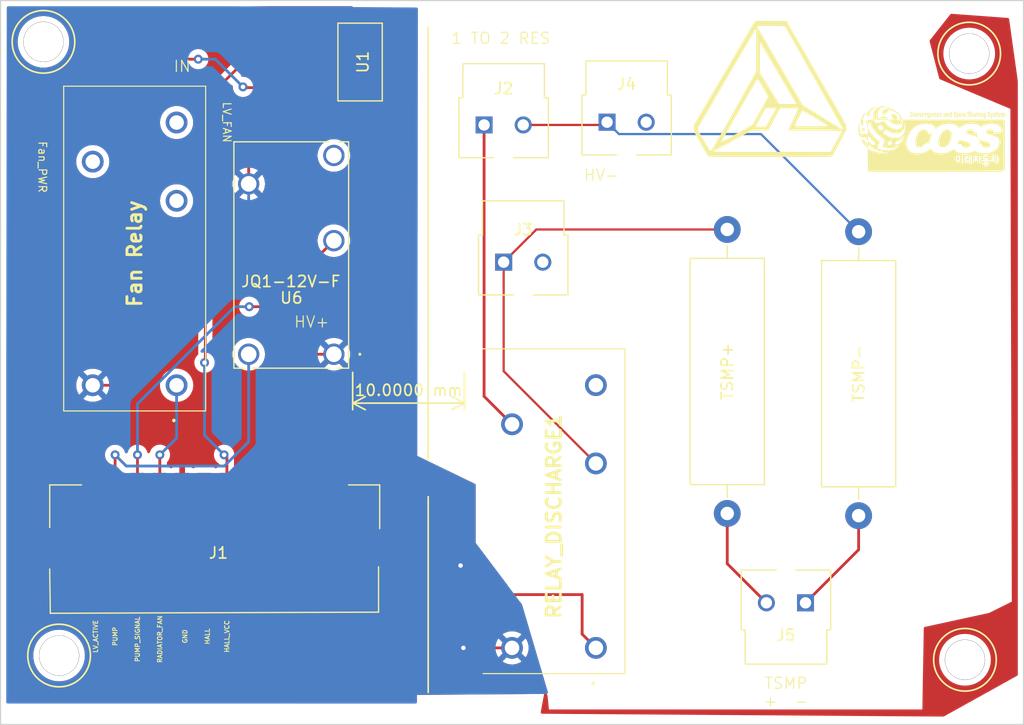
<source format=kicad_pcb>
(kicad_pcb (version 20211014) (generator pcbnew)
  (layers (0 "F.Cu" signal) (31 "B.Cu" signal) (34 "B.Paste" user) (35 "F.Paste" user) (36 "B.SilkS" user "B.Silkscreen") (37 "F.SilkS" user "F.Silkscreen") (38 "B.Mask" user) (39 "F.Mask" user) (44 "Edge.Cuts" user))
  (net 0 "")
  (net 1 "HALL")
  (net 2 "GND")
  (net 5 "LV_ACTIVE")
  (net 6 "PUMP")
  (net 7 "RADIATOR_FAN")
  (net 8 "HV_IN+")
  (net 9 "PUMP_SIGNAL")
  (net 13 "HV_IN-")
  (net 14 "Net-(RELAY_DISCHARGE1-Pad4)")
  (net 15 "LV_FAN")
  (net 16 "FAN_PWR_LEFT")
  (net 21 "chul")
  (net 23 "++")
  (net 24 "--")
  (footprint "Resistor_THT:R_Axial_Power_L20.0mm_W6.4mm_P25.40mm" (layer "F.Cu") (at 205.5 103.95 90)
    (fp_text reference "TSMP-" (at 12.7 0 90) (layer "F.SilkS"))
    (fp_text value "R_Axial_Power_L20.0mm_W6.4mm_P25.40mm")
    (pad "1" thru_hole circle (at 0 0 90) (size 2.4 2.4) (drill 1.2) (layers *.Cu *.Mask) (net 24 "--"))
    (pad "2" thru_hole oval (at 25.4 0 90) (size 2.4 2.4) (drill 1.2) (layers *.Cu *.Mask) (net 13 "HV_IN-"))
  )
  (footprint "Library:1722861102" (layer "F.Cu") (at 200.75 111.745001 180)
    (fp_text reference "J5" (at 1.75 -2.900001) (layer "F.SilkS"))
    (fp_text value "Conn_01x02_Female" hide)
    (pad "" np_thru_hole circle (at 1.749996 2.23 180) (size 1.6 1.6) (drill 1.6) (layers *.Cu *.Mask))
    (pad "1" thru_hole rect (at 0 0 180) (size 1.52 1.52) (drill 1.02) (layers *.Cu *.Mask) (net 24 "--"))
    (pad "2" thru_hole circle (at 3.500001 0 180) (size 1.52 1.52) (drill 1.016) (layers *.Cu *.Mask) (net 23 "++"))
  )
  (footprint "Library:1722861102" (layer "F.Cu") (at 183 68.755)
    (fp_text reference "J4" (at 1.733501 -3.400001) (layer "F.SilkS"))
    (fp_text value "Conn_01x02_Female" hide)
    (pad "" np_thru_hole circle (at 1.749996 2.23) (size 1.6 1.6) (drill 1.6) (layers *.Cu *.Mask))
    (pad "1" thru_hole rect (at 0 0) (size 1.52 1.52) (drill 1.02) (layers *.Cu *.Mask) (net 13 "HV_IN-"))
    (pad "2" thru_hole circle (at 3.500001 0) (size 1.52 1.52) (drill 1.016) (layers *.Cu *.Mask))
  )
  (footprint "Resistor_THT:R_Axial_Power_L20.0mm_W6.4mm_P25.40mm" (layer "F.Cu") (at 193.75 103.75 90)
    (fp_text reference "TSMP+" (at 12.7 0 90) (layer "F.SilkS"))
    (fp_text value "R_Axial_Power_L20.0mm_W6.4mm_P25.40mm")
    (pad "1" thru_hole circle (at 0 0 90) (size 2.4 2.4) (drill 1.2) (layers *.Cu *.Mask) (net 23 "++"))
    (pad "2" thru_hole oval (at 25.4 0 90) (size 2.4 2.4) (drill 1.2) (layers *.Cu *.Mask) (net 8 "HV_IN+"))
  )
  (footprint "Library:auto" (layer "F.Cu") (at 212 70.25)
    (fp_text reference "G***" hide)
    (fp_text value "LOGO" hide)
  )
  (footprint "Library:JQ1-12V-F" (layer "F.Cu") (at 158.56225 89.5113 180)
    (fp_text reference "U6" (at 3.7992 5.0381) (layer "F.SilkS"))
    (fp_text value "JQ1-12V-F" (at 3.85 6.5113) (layer "F.SilkS"))
    (pad "1" thru_hole circle (at 0 0 180) (size 1.905 1.905) (drill 1.397) (layers *.Cu *.Mask) (net 2 "GND"))
    (pad "2" thru_hole circle (at 0 10.16 180) (size 1.905 1.905) (drill 1.397) (layers *.Cu *.Mask) (net 9 "PUMP_SIGNAL"))
    (pad "3" thru_hole circle (at 0 17.78 180) (size 1.905 1.905) (drill 1.397) (layers *.Cu *.Mask))
    (pad "4" thru_hole circle (at 7.62 15.24 180) (size 1.905 1.905) (drill 1.397) (layers *.Cu *.Mask) (net 2 "GND"))
    (pad "5" thru_hole circle (at 7.62 0 180) (size 1.905 1.905) (drill 1.397) (layers *.Cu *.Mask) (net 6 "PUMP"))
  )
  (footprint "Library:1722861102" (layer "F.Cu") (at 172 69)
    (fp_text reference "J2" (at 1.75 -3.25) (layer "F.SilkS"))
    (fp_text value "Conn_01x02_Female" hide)
    (pad "" np_thru_hole circle (at 1.749996 2.23) (size 1.6 1.6) (drill 1.6) (layers *.Cu *.Mask))
    (pad "1" thru_hole rect (at 0 0) (size 1.52 1.52) (drill 1.02) (layers *.Cu *.Mask) (net 14 "Net-(RELAY_DISCHARGE1-Pad4)"))
    (pad "2" thru_hole circle (at 3.500001 0) (size 1.52 1.52) (drill 1.016) (layers *.Cu *.Mask) (net 13 "HV_IN-"))
  )
  (footprint "Library:G2RL112DC" (layer "F.Cu") (at 182 115.775 90)
    (fp_text reference "RELAY_DISCHARGE1" (at 11.775 -3.75 90) (layer "F.SilkS") (effects (font (size 1.27 1.27) (thickness 0.254))))
    (fp_text value "G2RL-1_12DC" hide)
    (pad "1" thru_hole circle (at 0 0 90) (size 1.95 1.95) (drill 1.3) (layers *.Cu *.Mask) (net 5 "LV_ACTIVE"))
    (pad "2" thru_hole circle (at 16.5 0 90) (size 1.95 1.95) (drill 1.3) (layers *.Cu *.Mask) (net 8 "HV_IN+"))
    (pad "3" thru_hole circle (at 23.5 0 90) (size 1.95 1.95) (drill 1.3) (layers *.Cu *.Mask))
    (pad "4" thru_hole circle (at 20 -7.5 90) (size 1.95 1.95) (drill 1.3) (layers *.Cu *.Mask) (net 14 "Net-(RELAY_DISCHARGE1-Pad4)"))
    (pad "5" thru_hole circle (at 0 -7.5 90) (size 1.95 1.95) (drill 1.3) (layers *.Cu *.Mask) (net 2 "GND"))
  )
  (footprint "Library:AMS1117-5.0" (layer "F.Cu") (at 160.909 63.373 -90)
    (fp_text reference "U1" (at 0 -0.25 90) (layer "F.SilkS"))
    (fp_text value "AMS1117-5.0" hide)
    (pad "1" smd rect (at -2.29 3.2639 270) (size 0.889 1.4732) (layers "F.Cu" "F.Paste" "F.Mask") (net 2 "GND"))
    (pad "2" smd rect (at 0 3.2639 270) (size 0.889 1.4732) (layers "F.Cu" "F.Paste" "F.Mask") (net 21 "chul"))
    (pad "3" smd rect (at 2.29 3.2639 270) (size 0.889 1.4732) (layers "F.Cu" "F.Paste" "F.Mask") (net 5 "LV_ACTIVE"))
  )
  (footprint "Library:5600201220" (layer "F.Cu") (at 147.98 106.27935)
    (fp_text reference "J1" (at 0.25 1) (layer "F.SilkS"))
    (fp_text value "Conn_01x12_Female" hide)
    (pad "" smd rect (at -14.6 0.5508 90) (size 2.0574 4.2418) (layers "F.Cu" "F.Paste" "F.Mask"))
    (pad "" smd rect (at 14.6 0.5508 90) (size 2.0574 4.2418) (layers "F.Cu" "F.Paste" "F.Mask"))
    (pad "1" smd rect (at -11 -5.0292) (size 1.2446 2.2606) (layers "F.Cu" "F.Paste" "F.Mask") (net 5 "LV_ACTIVE"))
    (pad "2" smd rect (at -9 -5.0292) (size 1.2446 2.2606) (layers "F.Cu" "F.Paste" "F.Mask") (net 6 "PUMP"))
    (pad "3" smd rect (at -7 -5.0292) (size 1.2446 2.2606) (layers "F.Cu" "F.Paste" "F.Mask") (net 9 "PUMP_SIGNAL"))
    (pad "4" smd rect (at -5 -5.0292) (size 1.2446 2.2606) (layers "F.Cu" "F.Paste" "F.Mask") (net 7 "RADIATOR_FAN"))
    (pad "5" smd rect (at -3 -5.0292) (size 1.2446 2.2606) (layers "F.Cu" "F.Paste" "F.Mask") (net 2 "GND"))
    (pad "6" smd rect (at -1 -5.0292) (size 1.2446 2.2606) (layers "F.Cu" "F.Paste" "F.Mask") (net 1 "HALL"))
    (pad "7" smd rect (at 1 -5.0292) (size 1.2446 2.2606) (layers "F.Cu" "F.Paste" "F.Mask") (net 21 "chul"))
    (pad "8" smd rect (at 3 -5.0292) (size 1.2446 2.2606) (layers "F.Cu" "F.Paste" "F.Mask"))
    (pad "9" smd rect (at 5 -5.0292) (size 1.2446 2.2606) (layers "F.Cu" "F.Paste" "F.Mask"))
    (pad "10" smd rect (at 7 -5.0292) (size 1.2446 2.2606) (layers "F.Cu" "F.Paste" "F.Mask"))
    (pad "11" smd rect (at 9 -5.0292) (size 1.2446 2.2606) (layers "F.Cu" "F.Paste" "F.Mask"))
    (pad "12" smd rect (at 11 -5.0292) (size 1.2446 2.2606) (layers "F.Cu" "F.Paste" "F.Mask"))
  )
  (footprint "Library:1722861102" (layer "F.Cu") (at 173.75 81.275001)
    (fp_text reference "J3" (at 1.75 -2.900001) (layer "F.SilkS"))
    (fp_text value "Conn_01x02_Female" hide)
    (pad "" np_thru_hole circle (at 1.749996 2.23) (size 1.6 1.6) (drill 1.6) (layers *.Cu *.Mask))
    (pad "1" thru_hole rect (at 0 0) (size 1.52 1.52) (drill 1.02) (layers *.Cu *.Mask) (net 8 "HV_IN+"))
    (pad "2" thru_hole circle (at 3.500001 0) (size 1.52 1.52) (drill 1.016) (layers *.Cu *.Mask))
  )
  (footprint "Library:LOGO12121212" (layer "F.Cu") (at 198 65.75)
    (fp_text reference "G***" hide)
    (fp_text value "LOGO" hide)
  )
  (footprint "Library:G2RL112DC" (layer "F.Cu") (at 144.496 92.284 90)
    (fp_text reference "Fan Relay" (at 11.775 -3.75 90) (layer "F.SilkS") (effects (font (size 1.27 1.27) (thickness 0.254))))
    (fp_text value "G2RL-1_12DC" hide)
    (pad "1" thru_hole circle (at 0 0 90) (size 1.95 1.95) (drill 1.3) (layers *.Cu *.Mask) (net 7 "RADIATOR_FAN"))
    (pad "2" thru_hole circle (at 16.5 0 90) (size 1.95 1.95) (drill 1.3) (layers *.Cu *.Mask))
    (pad "3" thru_hole circle (at 23.5 0 90) (size 1.95 1.95) (drill 1.3) (layers *.Cu *.Mask) (net 15 "LV_FAN"))
    (pad "4" thru_hole circle (at 20 -7.5 90) (size 1.95 1.95) (drill 1.3) (layers *.Cu *.Mask) (net 16 "FAN_PWR_LEFT"))
    (pad "5" thru_hole circle (at 0 -7.5 90) (size 1.95 1.95) (drill 1.3) (layers *.Cu *.Mask) (net 2 "GND"))
  )
  (gr_line (start 167 60.25) (end 167 99) (layer "F.SilkS") (width 0.15))
  (gr_circle (center 133.985 116.459) (end 136.785 116.459) (layer "F.SilkS") (width 0.15) (fill none))
  (gr_circle (center 215.011 116.84) (end 217.811 116.84) (layer "F.SilkS") (width 0.15) (fill none))
  (gr_circle (center 132.588 61.567) (end 135.388 61.567) (layer "F.SilkS") (width 0.15) (fill none))
  (gr_line (start 167 102.25) (end 167 119.75) (layer "F.SilkS") (width 0.15))
  (gr_circle (center 215.392 62.617) (end 218.192 62.617) (layer "F.SilkS") (width 0.15) (fill none))
  (gr_circle (center 132.588 61.567) (end 134.338 61.567) (layer "Edge.Cuts") (width 0.1) (fill none))
  (gr_circle (center 133.985 116.459) (end 135.735 116.459) (layer "Edge.Cuts") (width 0.1) (fill none))
  (gr_rect (start 220.25 57.875) (end 128.75 122.625) (layer "Edge.Cuts") (width 0.1) (fill none))
  (gr_circle (center 215.392 62.617) (end 217.142 62.617) (layer "Edge.Cuts") (width 0.1) (fill none))
  (gr_circle (center 215.011 116.84) (end 216.761 116.84) (layer "Edge.Cuts") (width 0.1) (fill none))
  (gr_text "1 TO 2 RES" (at 173.5 61.25) (layer "F.SilkS") (effects (font (size 1 1) (thickness 0.1))))
  (gr_text "HALL_VCC" (at 149 114.75 90) (layer "F.SilkS") (effects (font (size 0.4 0.4) (thickness 0.08))))
  (gr_text "GND" (at 145.25 114.75 90) (layer "F.SilkS") (effects (font (size 0.4 0.4) (thickness 0.08))))
  (gr_text "PUMP" (at 139 114.75 90) (layer "F.SilkS") (effects (font (size 0.4 0.4) (thickness 0.08))))
  (gr_text "LV_ACTIVE" (at 137.25 114.75 90) (layer "F.SilkS") (effects (font (size 0.4 0.4) (thickness 0.08))))
  (gr_text "LV_FAN" (at 148.996 68.759 270) (layer "F.SilkS") (effects (font (size 0.7 0.7) (thickness 0.1))))
  (gr_text "HV-" (at 182.5 73.5) (layer "F.SilkS") (effects (font (size 1 1) (thickness 0.1))))
  (gr_text "HV+" (at 156.58 86.62) (layer "F.SilkS") (effects (font (size 1 1) (thickness 0.1))))
  (gr_text "RADIATOR_FAN" (at 143 115 90) (layer "F.SilkS") (effects (font (size 0.4 0.4) (thickness 0.08))))
  (gr_text "IN" (at 144.996 63.759) (layer "F.SilkS") (effects (font (size 1 1) (thickness 0.1))))
  (gr_text "PUMP_SIGNAL" (at 141 115 90) (layer "F.SilkS") (effects (font (size 0.4 0.4) (thickness 0.08))))
  (gr_text "Fan_PWR" (at 132.496 72.759 270) (layer "F.SilkS") (effects (font (size 0.7 0.7) (thickness 0.1))))
  (gr_text "TSMP\n+  -" (at 199 119.75) (layer "F.SilkS") (effects (font (size 1 1) (thickness 0.1))))
  (gr_text "HALL" (at 147.25 114.75 90) (layer "F.SilkS") (effects (font (size 0.4 0.4) (thickness 0.08))))
  (dimension (type aligned) (layer "F.SilkS") (pts (xy 160.246 90.634) (xy 170.246 90.634)) (height 3.249999) (gr_text "10.0000 mm" (at 165.246 92.733999) (layer "F.SilkS") (effects (font (size 1 1) (thickness 0.15)))) (format (units 3) (units_format 1) (precision 4)) (style (thickness 0.15) (arrow_length 1.27) (text_position_mode 0) (extension_height 0.58642) (extension_offset 0.5) keep_text_aligned))
  (via (at 215.392 62.617) (size 3.6) (drill 3.5) (layers "F.Cu" "B.Cu") (net 0))
  (via (at 133.985 116.459) (size 3.6) (drill 3.5) (layers "F.Cu" "B.Cu") (net 0))
  (via (at 132.588 61.567) (size 3.6) (drill 3.5) (layers "F.Cu" "B.Cu") (net 0))
  (via (at 215.011 116.84) (size 3.6) (drill 3.5) (layers "F.Cu" "B.Cu") (net 0))
  (segment (start 160.401 68.834) (end 154.051 68.834) (width 0.25) (layer "F.Cu") (net 2))
  (segment (start 142.049189 95.562189) (end 138.771 92.284) (width 0.25) (layer "F.Cu") (net 2))
  (segment (start 157.6451 61.083) (end 159.254 61.083) (width 0.25) (layer "F.Cu") (net 2))
  (segment (start 144.996 98.509) (end 153.9937 89.5113) (width 0.25) (layer "F.Cu") (net 2))
  (segment (start 159.254 61.083) (end 161.163 62.992) (width 0.25) (layer "F.Cu") (net 2))
  (segment (start 174.5 115.775) (end 170.15 115.775) (width 0.25) (layer "F.Cu") (net 2))
  (segment (start 154.051 68.834) (end 150.94225 71.94275) (width 0.25) (layer "F.Cu") (net 2))
  (segment (start 150.94225 71.94275) (end 150.94225 74.2713) (width 0.25) (layer "F.Cu") (net 2))
  (segment (start 147.123578 103.759) (end 144.996 101.631422) (width 0.25) (layer "F.Cu") (net 2))
  (segment (start 144.996 101.631422) (end 144.996 101.2298) (width 0.25) (layer "F.Cu") (net 2))
  (segment (start 161.163 62.992) (end 161.163 68.072) (width 0.25) (layer "F.Cu") (net 2))
  (segment (start 169.896 108.409) (end 165.246 103.759) (width 0.25) (layer "F.Cu") (net 2))
  (segment (start 142.049189 95.562189) (end 144.996 98.509) (width 0.25) (layer "F.Cu") (net 2))
  (segment (start 161.163 68.072) (end 160.401 68.834) (width 0.25) (layer "F.Cu") (net 2))
  (segment (start 144.996 101.2298) (end 144.996 98.509) (width 0.25) (layer "F.Cu") (net 2))
  (segment (start 138.771 92.284) (end 136.996 92.284) (width 0.25) (layer "F.Cu") (net 2))
  (segment (start 153.9937 89.5113) (end 158.56225 89.5113) (width 0.25) (layer "F.Cu") (net 2))
  (segment (start 165.246 103.759) (end 147.123578 103.759) (width 0.25) (layer "F.Cu") (net 2))
  (via (at 170.15 115.775) (size 0.8) (drill 0.4) (layers "F.Cu" "B.Cu") (net 2))
  (via (at 169.896 108.409) (size 0.8) (drill 0.4) (layers "F.Cu" "B.Cu") (net 2))
  (segment (start 169.896 108.809) (end 169.896 108.409) (width 0.25) (layer "B.Cu") (net 2))
  (segment (start 170.15 109.063) (end 169.896 108.809) (width 0.25) (layer "B.Cu") (net 2))
  (segment (start 150.94225 74.2713) (end 150.94225 81.8913) (width 0.25) (layer "B.Cu") (net 2))
  (segment (start 170.15 115.775) (end 170.15 109.063) (width 0.25) (layer "B.Cu") (net 2))
  (segment (start 150.94225 81.8913) (end 158.56225 89.5113) (width 0.25) (layer "B.Cu") (net 2))
  (segment (start 150.4315 65.5955) (end 150.499 65.663) (width 0.25) (layer "F.Cu") (net 5))
  (segment (start 134.556189 96.069189) (end 136.996 98.509) (width 0.25) (layer "F.Cu") (net 5))
  (segment (start 136.996 101.2298) (end 136.996 101.7378) (width 0.25) (layer "F.Cu") (net 5))
  (segment (start 134.556189 65.0215) (end 134.556189 96.069189) (width 0.25) (layer "F.Cu") (net 5))
  (segment (start 182 115.775) (end 180.771 114.546) (width 0.25) (layer "F.Cu") (net 5))
  (segment (start 146.2672 111.009) (end 180.771 111.009) (width 0.25) (layer "F.Cu") (net 5))
  (segment (start 136.996 101.7378) (end 146.2672 111.009) (width 0.25) (layer "F.Cu") (net 5))
  (segment (start 180.771 114.546) (end 180.771 111.009) (width 0.25) (layer "F.Cu") (net 5))
  (segment (start 134.556189 65.0215) (end 136.458689 63.119) (width 0.25) (layer "F.Cu") (net 5))
  (segment (start 136.458689 63.119) (end 146.431 63.119) (width 0.25) (layer "F.Cu") (net 5))
  (segment (start 150.499 65.663) (end 157.6451 65.663) (width 0.25) (layer "F.Cu") (net 5))
  (segment (start 136.996 98.509) (end 136.996 101.2298) (width 0.25) (layer "F.Cu") (net 5))
  (via (at 146.431 63.119) (size 0.8) (drill 0.4) (layers "F.Cu" "B.Cu") (net 5))
  (via (at 150.4315 65.5955) (size 0.8) (drill 0.4) (layers "F.Cu" "B.Cu") (net 5))
  (segment (start 150.495 65.659) (end 150.4315 65.5955) (width 0.25) (layer "B.Cu") (net 5))
  (segment (start 146.431 63.119) (end 147.955 63.119) (width 0.25) (layer "B.Cu") (net 5))
  (segment (start 147.955 63.119) (end 150.4315 65.5955) (width 0.25) (layer "B.Cu") (net 5))
  (segment (start 138.996 101.2298) (end 138.996 98.509) (width 0.25) (layer "F.Cu") (net 6))
  (via (at 138.996 98.509) (size 0.8) (drill 0.4) (layers "F.Cu" "B.Cu") (net 6))
  (segment (start 139.996 99.509) (end 148.770614 99.509) (width 0.25) (layer "B.Cu") (net 6))
  (segment (start 148.770614 99.509) (end 150.94225 97.337364) (width 0.25) (layer "B.Cu") (net 6))
  (segment (start 150.94225 97.337364) (end 150.94225 89.5113) (width 0.25) (layer "B.Cu") (net 6))
  (segment (start 138.996 98.509) (end 139.996 99.509) (width 0.25) (layer "B.Cu") (net 6))
  (segment (start 142.996 101.2298) (end 142.996 98.509) (width 0.25) (layer "F.Cu") (net 7))
  (via (at 142.996 98.509) (size 0.8) (drill 0.4) (layers "F.Cu" "B.Cu") (net 7))
  (segment (start 144.496 92.284) (end 144.496 97.009) (width 0.25) (layer "B.Cu") (net 7))
  (segment (start 144.496 97.009) (end 142.996 98.509) (width 0.25) (layer "B.Cu") (net 7))
  (segment (start 176.675001 78.35) (end 173.75 81.275001) (width 0.2) (layer "F.Cu") (net 8))
  (segment (start 193.75 78.35) (end 176.675001 78.35) (width 0.2) (layer "F.Cu") (net 8))
  (segment (start 182 99.275) (end 173.75 91.025) (width 0.2) (layer "F.Cu") (net 8))
  (segment (start 173.75 91.025) (end 173.75 81.275001) (width 0.2) (layer "F.Cu") (net 8))
  (segment (start 152.65455 85.259) (end 150.996 85.259) (width 0.25) (layer "F.Cu") (net 9))
  (segment (start 158.56225 79.3513) (end 152.65455 85.259) (width 0.25) (layer "F.Cu") (net 9))
  (segment (start 140.996 101.2298) (end 140.996 98.509) (width 0.25) (layer "F.Cu") (net 9))
  (via (at 140.996 98.509) (size 0.8) (drill 0.4) (layers "F.Cu" "B.Cu") (net 9))
  (via (at 150.996 85.259) (size 0.8) (drill 0.4) (layers "F.Cu" "B.Cu") (net 9))
  (segment (start 149.683213 85.259) (end 140.996 93.946213) (width 0.25) (layer "B.Cu") (net 9))
  (segment (start 140.996 93.946213) (end 140.996 98.509) (width 0.25) (layer "B.Cu") (net 9))
  (segment (start 150.996 85.259) (end 149.683213 85.259) (width 0.25) (layer "B.Cu") (net 9))
  (segment (start 182.755 69) (end 183 68.755) (width 0.2) (layer "F.Cu") (net 13))
  (segment (start 175.500001 69) (end 182.755 69) (width 0.2) (layer "F.Cu") (net 13))
  (segment (start 196.764511 69.814511) (end 205.5 78.55) (width 0.2) (layer "B.Cu") (net 13))
  (segment (start 183 68.755) (end 184.059511 69.814511) (width 0.2) (layer "B.Cu") (net 13))
  (segment (start 184.059511 69.814511) (end 196.764511 69.814511) (width 0.2) (layer "B.Cu") (net 13))
  (segment (start 172 93.275) (end 174.5 95.775) (width 0.25) (layer "F.Cu") (net 14))
  (segment (start 172 69) (end 172 93.275) (width 0.25) (layer "F.Cu") (net 14))
  (segment (start 147.066 90.189) (end 146.996 90.259) (width 0.25) (layer "F.Cu") (net 21))
  (segment (start 148.996 98.759) (end 148.746 98.509) (width 0.25) (layer "F.Cu") (net 21))
  (segment (start 150.495 63.373) (end 147.066 66.802) (width 0.25) (layer "F.Cu") (net 21))
  (segment (start 157.6451 63.373) (end 150.495 63.373) (width 0.25) (layer "F.Cu") (net 21))
  (segment (start 147.066 66.802) (end 147.066 90.189) (width 0.25) (layer "F.Cu") (net 21))
  (segment (start 148.996 101.2298) (end 148.996 98.759) (width 0.25) (layer "F.Cu") (net 21))
  (via (at 146.996 90.259) (size 0.8) (drill 0.4) (layers "F.Cu" "B.Cu") (net 21))
  (via (at 148.746 98.509) (size 0.8) (drill 0.4) (layers "F.Cu" "B.Cu") (net 21))
  (segment (start 146.996 90.259) (end 146.996 96.759) (width 0.25) (layer "B.Cu") (net 21))
  (segment (start 146.996 96.759) (end 148.746 98.509) (width 0.25) (layer "B.Cu") (net 21))
  (segment (start 193.75 108.245002) (end 197.249999 111.745001) (width 0.25) (layer "F.Cu") (net 23))
  (segment (start 193.75 103.75) (end 193.75 108.245002) (width 0.25) (layer "F.Cu") (net 23))
  (segment (start 205.5 103.95) (end 205.5 106.995001) (width 0.25) (layer "F.Cu") (net 24))
  (segment (start 205.5 106.995001) (end 200.75 111.745001) (width 0.25) (layer "F.Cu") (net 24))
  (zone (net 2) (net_name "GND") (layers F&B.Cu) (connect_pads (clearance 0.508)) (min_thickness 0.254) (fill yes (thermal_gap 0.508) (thermal_bridge_width 0.508))
    (polygon (pts (xy 149.733 58.42) (xy 160.274 58.293) (xy 160.147 95.758) (xy 171.246 101.134) (xy 171.246 106.384) (xy 175.387 111.887) (xy 177.746 119.888) (xy 129.921 120.269) (xy 129.54 58.547) (xy 139.573 58.547)))
  )
  (zone (net 2) (net_name "GND") (layer "F.Cu") (connect_pads (clearance 0.508)) (min_thickness 0.254) (fill yes (thermal_gap 0.508) (thermal_bridge_width 0.508))
    (polygon (pts (xy 218.948 59.436) (xy 219.964 66.675) (xy 220.091 90.678) (xy 219.964 118.11) (xy 213.106 121.92) (xy 177.038 121.666) (xy 177.419 119.634) (xy 177.673 120.015) (xy 177.8 121.285) (xy 211.201 121.285) (xy 211.328 113.919) (xy 217.17 112.649) (xy 219.202 111.633) (xy 219.075 67.564) (xy 212.725 64.897) (xy 211.836 61.468) (xy 213.741 59.055)))
  )
  (zone (net 2) (net_name "GND") (layer "B.Cu") (connect_pads (clearance 0.508)) (min_thickness 0.254) (fill yes (thermal_gap 0.508) (thermal_bridge_width 0.508))
    (polygon (pts (xy 166.081459 58.498939) (xy 165.996 120.755) (xy 129.219056 120.753254) (xy 129.304515 58.247193)))
  )
)
</source>
